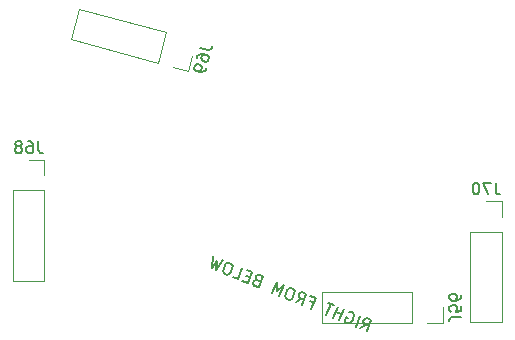
<source format=gbr>
G04 #@! TF.GenerationSoftware,KiCad,Pcbnew,(5.1.4)-1*
G04 #@! TF.CreationDate,2023-09-09T05:28:41-04:00*
G04 #@! TF.ProjectId,ThumbsUp,5468756d-6273-4557-902e-6b696361645f,rev?*
G04 #@! TF.SameCoordinates,Original*
G04 #@! TF.FileFunction,Legend,Bot*
G04 #@! TF.FilePolarity,Positive*
%FSLAX46Y46*%
G04 Gerber Fmt 4.6, Leading zero omitted, Abs format (unit mm)*
G04 Created by KiCad (PCBNEW (5.1.4)-1) date 2023-09-09 05:28:41*
%MOMM*%
%LPD*%
G04 APERTURE LIST*
%ADD10C,0.150000*%
%ADD11C,0.120000*%
G04 APERTURE END LIST*
D10*
X-54080704Y-418695026D02*
X-53593259Y-418378379D01*
X-53550885Y-418909087D02*
X-53176278Y-417981903D01*
X-53529491Y-417839196D01*
X-53635633Y-417847671D01*
X-53697623Y-417873984D01*
X-53777451Y-417944449D01*
X-53830966Y-418076904D01*
X-53822491Y-418183045D01*
X-53796178Y-418245035D01*
X-53725713Y-418324864D01*
X-53372500Y-418467571D01*
X-54478068Y-418534481D02*
X-54103462Y-417607297D01*
X-55048484Y-417276842D02*
X-54942342Y-417268367D01*
X-54809888Y-417321882D01*
X-54695271Y-417419549D01*
X-54642645Y-417543529D01*
X-54634170Y-417649671D01*
X-54661372Y-417844116D01*
X-54714887Y-417976570D01*
X-54830392Y-418135338D01*
X-54910221Y-418205803D01*
X-55034201Y-418258430D01*
X-55184494Y-418249066D01*
X-55272797Y-418213389D01*
X-55387414Y-418115722D01*
X-55413727Y-418053732D01*
X-55288858Y-417744671D01*
X-55112252Y-417816025D01*
X-55846768Y-417981490D02*
X-55472162Y-417054306D01*
X-55650546Y-417495822D02*
X-56180365Y-417281761D01*
X-56376588Y-417767429D02*
X-56001981Y-416840245D01*
X-56311042Y-416715376D02*
X-56840862Y-416501315D01*
X-56950559Y-417535530D02*
X-56575952Y-416608346D01*
X-58343794Y-416407679D02*
X-58034733Y-416532548D01*
X-58230955Y-417018216D02*
X-57856349Y-416091032D01*
X-58297865Y-415912648D01*
X-59555504Y-416483064D02*
X-59068058Y-416166416D01*
X-59025684Y-416697124D02*
X-58651078Y-415769941D01*
X-59004291Y-415627233D01*
X-59110432Y-415635708D01*
X-59172422Y-415662021D01*
X-59252251Y-415732486D01*
X-59305766Y-415864941D01*
X-59297291Y-415971083D01*
X-59270978Y-416033073D01*
X-59200513Y-416112901D01*
X-58847300Y-416255608D01*
X-59754868Y-415323980D02*
X-59931475Y-415252627D01*
X-60037616Y-415261102D01*
X-60161596Y-415313728D01*
X-60277102Y-415472496D01*
X-60401970Y-415781557D01*
X-60429172Y-415976002D01*
X-60376546Y-416099982D01*
X-60306081Y-416179811D01*
X-60129475Y-416251164D01*
X-60023333Y-416242689D01*
X-59899353Y-416190063D01*
X-59783848Y-416031295D01*
X-59658979Y-415722234D01*
X-59631777Y-415527789D01*
X-59684403Y-415403809D01*
X-59754868Y-415323980D01*
X-60924204Y-415930073D02*
X-60549597Y-415002889D01*
X-61126235Y-415540294D01*
X-61167720Y-414753151D01*
X-61542326Y-415680335D01*
X-62803107Y-414606000D02*
X-62953400Y-414596636D01*
X-63015390Y-414622949D01*
X-63095219Y-414693414D01*
X-63148734Y-414825869D01*
X-63140259Y-414932011D01*
X-63113946Y-414994001D01*
X-63043481Y-415073829D01*
X-62690268Y-415216536D01*
X-62315662Y-414289353D01*
X-62624723Y-414164484D01*
X-62730865Y-414172959D01*
X-62792855Y-414199272D01*
X-62872683Y-414269737D01*
X-62908360Y-414358040D01*
X-62899885Y-414464181D01*
X-62873572Y-414526171D01*
X-62803107Y-414606000D01*
X-62494046Y-414730869D01*
X-63421230Y-414356262D02*
X-63730291Y-414231393D01*
X-64058968Y-414663546D02*
X-63617452Y-414841930D01*
X-63242846Y-413914746D01*
X-63684362Y-413736362D01*
X-64897849Y-414324616D02*
X-64456333Y-414503000D01*
X-64081726Y-413575816D01*
X-65008910Y-413201210D02*
X-65185516Y-413129856D01*
X-65291658Y-413138331D01*
X-65415638Y-413190957D01*
X-65531143Y-413349725D01*
X-65656012Y-413658787D01*
X-65683214Y-413853231D01*
X-65630588Y-413977211D01*
X-65560123Y-414057040D01*
X-65383517Y-414128394D01*
X-65277375Y-414119919D01*
X-65153395Y-414067292D01*
X-65037890Y-413908524D01*
X-64913021Y-413599463D01*
X-64885819Y-413405018D01*
X-64938445Y-413281038D01*
X-65008910Y-413201210D01*
X-65715336Y-412915795D02*
X-66310700Y-413753787D01*
X-66219731Y-413020159D01*
X-66663913Y-413611080D01*
X-66510065Y-412594704D01*
D11*
X-68677941Y-396876043D02*
X-68333712Y-395591361D01*
X-69962622Y-396531813D02*
X-68677941Y-396876043D01*
X-71189348Y-396203113D02*
X-70500889Y-393633750D01*
X-70500889Y-393633750D02*
X-77919200Y-391646020D01*
X-71189348Y-396203113D02*
X-78607658Y-394215383D01*
X-78607658Y-394215383D02*
X-77919200Y-391646020D01*
X-42103013Y-407883573D02*
X-43433013Y-407883573D01*
X-42103013Y-409213573D02*
X-42103013Y-407883573D01*
X-42103013Y-410483573D02*
X-44763013Y-410483573D01*
X-44763013Y-410483573D02*
X-44763013Y-418163573D01*
X-42103013Y-410483573D02*
X-42103013Y-418163573D01*
X-42103013Y-418163573D02*
X-44763013Y-418163573D01*
X-47073868Y-418231045D02*
X-47073868Y-416901045D01*
X-48403868Y-418231045D02*
X-47073868Y-418231045D01*
X-49673868Y-418231045D02*
X-49673868Y-415571045D01*
X-49673868Y-415571045D02*
X-57353868Y-415571045D01*
X-49673868Y-418231045D02*
X-57353868Y-418231045D01*
X-57353868Y-418231045D02*
X-57353868Y-415571045D01*
X-80825511Y-404399102D02*
X-82155511Y-404399102D01*
X-80825511Y-405729102D02*
X-80825511Y-404399102D01*
X-80825511Y-406999102D02*
X-83485511Y-406999102D01*
X-83485511Y-406999102D02*
X-83485511Y-414679102D01*
X-80825511Y-406999102D02*
X-80825511Y-414679102D01*
X-80825511Y-414679102D02*
X-83485511Y-414679102D01*
D10*
X-67687225Y-394926505D02*
X-66997278Y-395111376D01*
X-66846964Y-395102354D01*
X-66730321Y-395035010D01*
X-66647351Y-394909346D01*
X-66622701Y-394817353D01*
X-67921394Y-395800438D02*
X-67872095Y-395616452D01*
X-67801450Y-395536784D01*
X-67743128Y-395503112D01*
X-67580490Y-395448094D01*
X-67384179Y-395451396D01*
X-67016207Y-395549994D01*
X-66936539Y-395620640D01*
X-66902867Y-395678961D01*
X-66881520Y-395783278D01*
X-66930819Y-395967264D01*
X-67001465Y-396046933D01*
X-67059786Y-396080604D01*
X-67164104Y-396101951D01*
X-67394086Y-396040328D01*
X-67473754Y-395969682D01*
X-67507426Y-395911361D01*
X-67528773Y-395807043D01*
X-67479474Y-395623057D01*
X-67408828Y-395543389D01*
X-67350507Y-395509717D01*
X-67246190Y-395488370D01*
X-67103365Y-396611215D02*
X-67152664Y-396795201D01*
X-67223310Y-396874869D01*
X-67281631Y-396908541D01*
X-67444270Y-396963559D01*
X-67640580Y-396960257D01*
X-68008552Y-396861659D01*
X-68088220Y-396791013D01*
X-68121892Y-396732692D01*
X-68143239Y-396628375D01*
X-68093940Y-396444389D01*
X-68023294Y-396364721D01*
X-67964973Y-396331049D01*
X-67860656Y-396309702D01*
X-67630673Y-396371325D01*
X-67551005Y-396441971D01*
X-67517333Y-396500292D01*
X-67495986Y-396604610D01*
X-67545285Y-396788596D01*
X-67615931Y-396868264D01*
X-67674252Y-396901936D01*
X-67778570Y-396923283D01*
X-42623489Y-406335953D02*
X-42623489Y-407050239D01*
X-42575870Y-407193096D01*
X-42480632Y-407288334D01*
X-42337774Y-407335953D01*
X-42242536Y-407335953D01*
X-43004441Y-406335953D02*
X-43671108Y-406335953D01*
X-43242536Y-407335953D01*
X-44242536Y-406335953D02*
X-44337774Y-406335953D01*
X-44433013Y-406383573D01*
X-44480632Y-406431192D01*
X-44528251Y-406526430D01*
X-44575870Y-406716906D01*
X-44575870Y-406955001D01*
X-44528251Y-407145477D01*
X-44480632Y-407240715D01*
X-44433013Y-407288334D01*
X-44337774Y-407335953D01*
X-44242536Y-407335953D01*
X-44147298Y-407288334D01*
X-44099679Y-407240715D01*
X-44052060Y-407145477D01*
X-44004441Y-406955001D01*
X-44004441Y-406716906D01*
X-44052060Y-406526430D01*
X-44099679Y-406431192D01*
X-44147298Y-406383573D01*
X-44242536Y-406335953D01*
X-45526248Y-417710568D02*
X-46240534Y-417710568D01*
X-46383391Y-417758187D01*
X-46478629Y-417853425D01*
X-46526248Y-417996283D01*
X-46526248Y-418091521D01*
X-45526248Y-416758187D02*
X-45526248Y-417234378D01*
X-46002439Y-417281997D01*
X-45954820Y-417234378D01*
X-45907201Y-417139140D01*
X-45907201Y-416901045D01*
X-45954820Y-416805806D01*
X-46002439Y-416758187D01*
X-46097677Y-416710568D01*
X-46335772Y-416710568D01*
X-46431010Y-416758187D01*
X-46478629Y-416805806D01*
X-46526248Y-416901045D01*
X-46526248Y-417139140D01*
X-46478629Y-417234378D01*
X-46431010Y-417281997D01*
X-45526248Y-415853425D02*
X-45526248Y-416043902D01*
X-45573868Y-416139140D01*
X-45621487Y-416186759D01*
X-45764344Y-416281997D01*
X-45954820Y-416329616D01*
X-46335772Y-416329616D01*
X-46431010Y-416281997D01*
X-46478629Y-416234378D01*
X-46526248Y-416139140D01*
X-46526248Y-415948664D01*
X-46478629Y-415853425D01*
X-46431010Y-415805806D01*
X-46335772Y-415758187D01*
X-46097677Y-415758187D01*
X-46002439Y-415805806D01*
X-45954820Y-415853425D01*
X-45907201Y-415948664D01*
X-45907201Y-416139140D01*
X-45954820Y-416234378D01*
X-46002439Y-416281997D01*
X-46097677Y-416329616D01*
X-81345987Y-402851482D02*
X-81345987Y-403565768D01*
X-81298368Y-403708625D01*
X-81203130Y-403803863D01*
X-81060272Y-403851482D01*
X-80965034Y-403851482D01*
X-82250749Y-402851482D02*
X-82060272Y-402851482D01*
X-81965034Y-402899102D01*
X-81917415Y-402946721D01*
X-81822177Y-403089578D01*
X-81774558Y-403280054D01*
X-81774558Y-403661006D01*
X-81822177Y-403756244D01*
X-81869796Y-403803863D01*
X-81965034Y-403851482D01*
X-82155511Y-403851482D01*
X-82250749Y-403803863D01*
X-82298368Y-403756244D01*
X-82345987Y-403661006D01*
X-82345987Y-403422911D01*
X-82298368Y-403327673D01*
X-82250749Y-403280054D01*
X-82155511Y-403232435D01*
X-81965034Y-403232435D01*
X-81869796Y-403280054D01*
X-81822177Y-403327673D01*
X-81774558Y-403422911D01*
X-82917415Y-403280054D02*
X-82822177Y-403232435D01*
X-82774558Y-403184816D01*
X-82726939Y-403089578D01*
X-82726939Y-403041959D01*
X-82774558Y-402946721D01*
X-82822177Y-402899102D01*
X-82917415Y-402851482D01*
X-83107891Y-402851482D01*
X-83203130Y-402899102D01*
X-83250749Y-402946721D01*
X-83298368Y-403041959D01*
X-83298368Y-403089578D01*
X-83250749Y-403184816D01*
X-83203130Y-403232435D01*
X-83107891Y-403280054D01*
X-82917415Y-403280054D01*
X-82822177Y-403327673D01*
X-82774558Y-403375292D01*
X-82726939Y-403470530D01*
X-82726939Y-403661006D01*
X-82774558Y-403756244D01*
X-82822177Y-403803863D01*
X-82917415Y-403851482D01*
X-83107891Y-403851482D01*
X-83203130Y-403803863D01*
X-83250749Y-403756244D01*
X-83298368Y-403661006D01*
X-83298368Y-403470530D01*
X-83250749Y-403375292D01*
X-83203130Y-403327673D01*
X-83107891Y-403280054D01*
M02*

</source>
